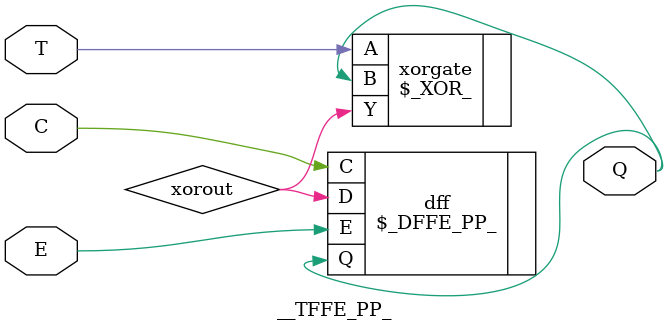
<source format=v>
module __TFFE_PP_ (T, C, E, Q);
	input T, C, E;
	output wire Q;
	wire xorout;
	$_XOR_ xorgate (
		.A(T),
		.B(Q),
		.Y(xorout),
	);
	$_DFFE_PP_ dff (
		.C(C),
		.D(xorout),
		.Q(Q),
		.E(E),
	);
endmodule
</source>
